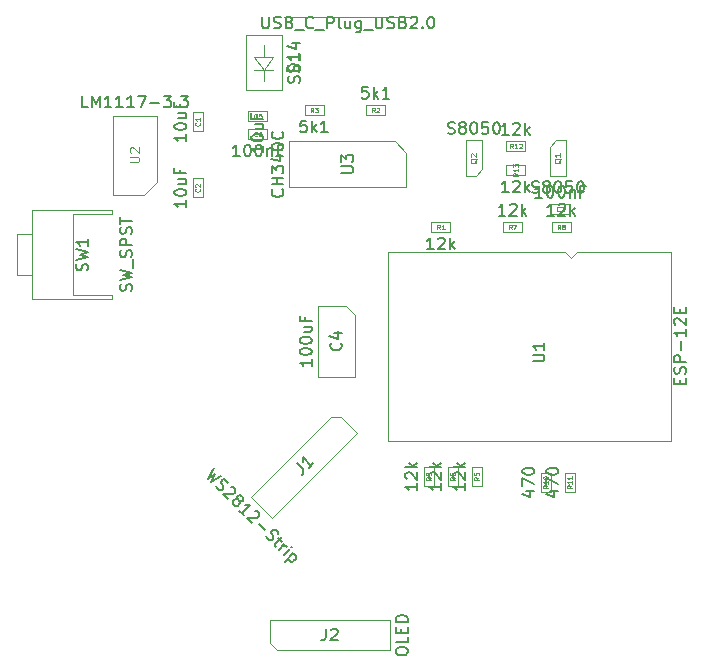
<source format=gbr>
%TF.GenerationSoftware,KiCad,Pcbnew,5.1.10-88a1d61d58~90~ubuntu20.04.1*%
%TF.CreationDate,2021-10-14T14:02:12+02:00*%
%TF.ProjectId,ESP8266-WS2812-Puck,45535038-3236-4362-9d57-53323831322d,rev?*%
%TF.SameCoordinates,Original*%
%TF.FileFunction,Other,Fab,Top*%
%FSLAX46Y46*%
G04 Gerber Fmt 4.6, Leading zero omitted, Abs format (unit mm)*
G04 Created by KiCad (PCBNEW 5.1.10-88a1d61d58~90~ubuntu20.04.1) date 2021-10-14 14:02:12*
%MOMM*%
%LPD*%
G01*
G04 APERTURE LIST*
%ADD10C,0.100000*%
%ADD11C,0.120000*%
%ADD12C,0.150000*%
%ADD13C,0.060000*%
%ADD14C,0.075000*%
G04 APERTURE END LIST*
D10*
%TO.C,SW1*%
X129930000Y-92132000D02*
X126590000Y-92132000D01*
X129930000Y-85232000D02*
X129930000Y-84932000D01*
X129930000Y-92432000D02*
X123140000Y-92432000D01*
X123140000Y-92432000D02*
X123140000Y-84932000D01*
X129930000Y-84932000D02*
X123140000Y-84932000D01*
X126590000Y-92132000D02*
X126590000Y-85232000D01*
X129930000Y-92432000D02*
X129930000Y-92132000D01*
X129930000Y-85232000D02*
X126590000Y-85232000D01*
X121880000Y-90432000D02*
X121880000Y-86932000D01*
X121880000Y-86932000D02*
X123140000Y-86932000D01*
X121880000Y-90432000D02*
X123140000Y-90432000D01*
%TO.C,C6*%
X143040000Y-78886000D02*
X141440000Y-78886000D01*
X143040000Y-78086000D02*
X143040000Y-78886000D01*
X141440000Y-78086000D02*
X143040000Y-78086000D01*
X141440000Y-78886000D02*
X141440000Y-78086000D01*
%TO.C,J1*%
X149293013Y-102457456D02*
X150640051Y-103804494D01*
X150640051Y-103804494D02*
X143455846Y-110988699D01*
X143455846Y-110988699D02*
X141659795Y-109192648D01*
X141659795Y-109192648D02*
X148394987Y-102457456D01*
X148394987Y-102457456D02*
X149293013Y-102457456D01*
%TO.C,R5*%
X160382000Y-108267500D02*
X160382000Y-106667500D01*
X161182000Y-108267500D02*
X160382000Y-108267500D01*
X161182000Y-106667500D02*
X161182000Y-108267500D01*
X160382000Y-106667500D02*
X161182000Y-106667500D01*
%TO.C,R12*%
X163284000Y-79102000D02*
X164884000Y-79102000D01*
X163284000Y-79902000D02*
X163284000Y-79102000D01*
X164884000Y-79902000D02*
X163284000Y-79902000D01*
X164884000Y-79102000D02*
X164884000Y-79902000D01*
%TO.C,U3*%
X154810000Y-80051000D02*
X154810000Y-82976000D01*
X154810000Y-82976000D02*
X144910000Y-82976000D01*
X144910000Y-82976000D02*
X144910000Y-79076000D01*
X144910000Y-79076000D02*
X153835000Y-79076000D01*
X153835000Y-79076000D02*
X154810000Y-80051000D01*
%TO.C,R3*%
X147803000Y-76866500D02*
X146203000Y-76866500D01*
X147803000Y-76041500D02*
X147803000Y-76866500D01*
X146203000Y-76041500D02*
X147803000Y-76041500D01*
X146203000Y-76866500D02*
X146203000Y-76041500D01*
%TO.C,R2*%
X151409000Y-76041500D02*
X153009000Y-76041500D01*
X151409000Y-76866500D02*
X151409000Y-76041500D01*
X153009000Y-76866500D02*
X151409000Y-76866500D01*
X153009000Y-76041500D02*
X153009000Y-76866500D01*
%TO.C,R1*%
X158534000Y-86772500D02*
X156934000Y-86772500D01*
X158534000Y-85947500D02*
X158534000Y-86772500D01*
X156934000Y-85947500D02*
X158534000Y-85947500D01*
X156934000Y-86772500D02*
X156934000Y-85947500D01*
D11*
%TO.C,P1*%
X155430000Y-68580000D02*
X144470000Y-68580000D01*
D10*
%TO.C,J2*%
X143891000Y-122174000D02*
X143256000Y-121539000D01*
X153416000Y-122174000D02*
X143891000Y-122174000D01*
X153416000Y-119634000D02*
X153416000Y-122174000D01*
X143256000Y-119634000D02*
X153416000Y-119634000D01*
X143256000Y-121539000D02*
X143256000Y-119634000D01*
%TO.C,C4*%
X147294800Y-99012000D02*
X150494800Y-99012000D01*
X147294800Y-93012000D02*
X147294800Y-99012000D01*
X149694800Y-93012000D02*
X147294800Y-93012000D01*
X150494800Y-93812000D02*
X149694800Y-93012000D01*
X150494800Y-99012000D02*
X150494800Y-93812000D01*
D11*
%TO.C,U1*%
X177252400Y-88469200D02*
X177252400Y-104469200D01*
X177252400Y-104469200D02*
X153252400Y-104469200D01*
X153252400Y-104469200D02*
X153252400Y-88469200D01*
X153252400Y-88469200D02*
X168252400Y-88469200D01*
X168252400Y-88469200D02*
X168752400Y-88969200D01*
X168752400Y-88969200D02*
X169252400Y-88469200D01*
X169252400Y-88469200D02*
X177252400Y-88469200D01*
D10*
%TO.C,C5*%
X141440000Y-77362000D02*
X141440000Y-76562000D01*
X141440000Y-76562000D02*
X143040000Y-76562000D01*
X143040000Y-76562000D02*
X143040000Y-77362000D01*
X143040000Y-77362000D02*
X141440000Y-77362000D01*
%TO.C,Q1*%
X166940000Y-79568000D02*
X166940000Y-82018000D01*
X167490000Y-78998000D02*
X168340000Y-78998000D01*
X166940000Y-79568000D02*
X167490000Y-78998000D01*
X168340000Y-78998000D02*
X168340000Y-82038000D01*
X166940000Y-82038000D02*
X168340000Y-82038000D01*
%TO.C,Q2*%
X161228000Y-78998000D02*
X159828000Y-78998000D01*
X159828000Y-82038000D02*
X159828000Y-78998000D01*
X161228000Y-81468000D02*
X160678000Y-82038000D01*
X160678000Y-82038000D02*
X159828000Y-82038000D01*
X161228000Y-81468000D02*
X161228000Y-79018000D01*
%TO.C,U2*%
X133676000Y-82564000D02*
X132626000Y-83614000D01*
X133676000Y-82564000D02*
X133676000Y-76914000D01*
X132626000Y-83614000D02*
X129976000Y-83614000D01*
X133676000Y-76914000D02*
X129976000Y-76914000D01*
X129976000Y-83614000D02*
X129976000Y-76914000D01*
%TO.C,C1*%
X136760000Y-78244500D02*
X136760000Y-76644500D01*
X137560000Y-78244500D02*
X136760000Y-78244500D01*
X137560000Y-76644500D02*
X137560000Y-78244500D01*
X136760000Y-76644500D02*
X137560000Y-76644500D01*
%TO.C,C2*%
X136760000Y-82232500D02*
X137560000Y-82232500D01*
X137560000Y-82232500D02*
X137560000Y-83832500D01*
X137560000Y-83832500D02*
X136760000Y-83832500D01*
X136760000Y-83832500D02*
X136760000Y-82232500D01*
%TO.C,C3*%
X167068500Y-84436000D02*
X168668500Y-84436000D01*
X167068500Y-85236000D02*
X167068500Y-84436000D01*
X168668500Y-85236000D02*
X167068500Y-85236000D01*
X168668500Y-84436000D02*
X168668500Y-85236000D01*
%TO.C,D1*%
X142749020Y-73071440D02*
X141948920Y-71920820D01*
X142749020Y-73071440D02*
X143498320Y-71920820D01*
X143498320Y-71920820D02*
X141948920Y-71920820D01*
X141948920Y-73071440D02*
X143549120Y-73071440D01*
X142749020Y-71920820D02*
X142749020Y-70922600D01*
X142749020Y-73071440D02*
X142749020Y-73973140D01*
X141248000Y-70122000D02*
X141248000Y-74722000D01*
X141248000Y-70122000D02*
X144248000Y-70122000D01*
X144248000Y-74722000D02*
X141248000Y-74722000D01*
X144248000Y-70122000D02*
X144248000Y-74722000D01*
%TO.C,R6*%
X158350000Y-108267500D02*
X158350000Y-106667500D01*
X159150000Y-108267500D02*
X158350000Y-108267500D01*
X159150000Y-106667500D02*
X159150000Y-108267500D01*
X158350000Y-106667500D02*
X159150000Y-106667500D01*
%TO.C,R7*%
X164604500Y-85960000D02*
X164604500Y-86760000D01*
X164604500Y-86760000D02*
X163004500Y-86760000D01*
X163004500Y-86760000D02*
X163004500Y-85960000D01*
X163004500Y-85960000D02*
X164604500Y-85960000D01*
%TO.C,R8*%
X167119500Y-85960000D02*
X168719500Y-85960000D01*
X167119500Y-86760000D02*
X167119500Y-85960000D01*
X168719500Y-86760000D02*
X167119500Y-86760000D01*
X168719500Y-85960000D02*
X168719500Y-86760000D01*
%TO.C,R9*%
X156318000Y-106667500D02*
X157118000Y-106667500D01*
X157118000Y-106667500D02*
X157118000Y-108267500D01*
X157118000Y-108267500D02*
X156318000Y-108267500D01*
X156318000Y-108267500D02*
X156318000Y-106667500D01*
%TO.C,R10*%
X166224000Y-108775500D02*
X166224000Y-107175500D01*
X167024000Y-108775500D02*
X166224000Y-108775500D01*
X167024000Y-107175500D02*
X167024000Y-108775500D01*
X166224000Y-107175500D02*
X167024000Y-107175500D01*
%TO.C,R11*%
X168256000Y-107175500D02*
X169056000Y-107175500D01*
X169056000Y-107175500D02*
X169056000Y-108775500D01*
X169056000Y-108775500D02*
X168256000Y-108775500D01*
X168256000Y-108775500D02*
X168256000Y-107175500D01*
%TO.C,R13*%
X163284000Y-81934000D02*
X163284000Y-81134000D01*
X163284000Y-81134000D02*
X164884000Y-81134000D01*
X164884000Y-81134000D02*
X164884000Y-81934000D01*
X164884000Y-81934000D02*
X163284000Y-81934000D01*
%TD*%
%TO.C,SW1*%
D12*
X131524641Y-91753428D02*
X131572260Y-91610571D01*
X131572260Y-91372476D01*
X131524641Y-91277238D01*
X131477022Y-91229619D01*
X131381784Y-91182000D01*
X131286546Y-91182000D01*
X131191308Y-91229619D01*
X131143689Y-91277238D01*
X131096070Y-91372476D01*
X131048451Y-91562952D01*
X131000832Y-91658190D01*
X130953213Y-91705809D01*
X130857975Y-91753428D01*
X130762737Y-91753428D01*
X130667499Y-91705809D01*
X130619880Y-91658190D01*
X130572260Y-91562952D01*
X130572260Y-91324857D01*
X130619880Y-91182000D01*
X130572260Y-90848666D02*
X131572260Y-90610571D01*
X130857975Y-90420095D01*
X131572260Y-90229619D01*
X130572260Y-89991523D01*
X131667499Y-89848666D02*
X131667499Y-89086761D01*
X131524641Y-88896285D02*
X131572260Y-88753428D01*
X131572260Y-88515333D01*
X131524641Y-88420095D01*
X131477022Y-88372476D01*
X131381784Y-88324857D01*
X131286546Y-88324857D01*
X131191308Y-88372476D01*
X131143689Y-88420095D01*
X131096070Y-88515333D01*
X131048451Y-88705809D01*
X131000832Y-88801047D01*
X130953213Y-88848666D01*
X130857975Y-88896285D01*
X130762737Y-88896285D01*
X130667499Y-88848666D01*
X130619880Y-88801047D01*
X130572260Y-88705809D01*
X130572260Y-88467714D01*
X130619880Y-88324857D01*
X131572260Y-87896285D02*
X130572260Y-87896285D01*
X130572260Y-87515333D01*
X130619880Y-87420095D01*
X130667499Y-87372476D01*
X130762737Y-87324857D01*
X130905594Y-87324857D01*
X131000832Y-87372476D01*
X131048451Y-87420095D01*
X131096070Y-87515333D01*
X131096070Y-87896285D01*
X131524641Y-86943904D02*
X131572260Y-86801047D01*
X131572260Y-86562952D01*
X131524641Y-86467714D01*
X131477022Y-86420095D01*
X131381784Y-86372476D01*
X131286546Y-86372476D01*
X131191308Y-86420095D01*
X131143689Y-86467714D01*
X131096070Y-86562952D01*
X131048451Y-86753428D01*
X131000832Y-86848666D01*
X130953213Y-86896285D01*
X130857975Y-86943904D01*
X130762737Y-86943904D01*
X130667499Y-86896285D01*
X130619880Y-86848666D01*
X130572260Y-86753428D01*
X130572260Y-86515333D01*
X130619880Y-86372476D01*
X130572260Y-86086761D02*
X130572260Y-85515333D01*
X131572260Y-85801047D02*
X130572260Y-85801047D01*
X127814761Y-90015333D02*
X127862380Y-89872476D01*
X127862380Y-89634380D01*
X127814761Y-89539142D01*
X127767142Y-89491523D01*
X127671904Y-89443904D01*
X127576666Y-89443904D01*
X127481428Y-89491523D01*
X127433809Y-89539142D01*
X127386190Y-89634380D01*
X127338571Y-89824857D01*
X127290952Y-89920095D01*
X127243333Y-89967714D01*
X127148095Y-90015333D01*
X127052857Y-90015333D01*
X126957619Y-89967714D01*
X126910000Y-89920095D01*
X126862380Y-89824857D01*
X126862380Y-89586761D01*
X126910000Y-89443904D01*
X126862380Y-89110571D02*
X127862380Y-88872476D01*
X127148095Y-88682000D01*
X127862380Y-88491523D01*
X126862380Y-88253428D01*
X127862380Y-87348666D02*
X127862380Y-87920095D01*
X127862380Y-87634380D02*
X126862380Y-87634380D01*
X127005238Y-87729619D01*
X127100476Y-87824857D01*
X127148095Y-87920095D01*
%TO.C,C6*%
X140692380Y-80368380D02*
X140120952Y-80368380D01*
X140406666Y-80368380D02*
X140406666Y-79368380D01*
X140311428Y-79511238D01*
X140216190Y-79606476D01*
X140120952Y-79654095D01*
X141311428Y-79368380D02*
X141406666Y-79368380D01*
X141501904Y-79416000D01*
X141549523Y-79463619D01*
X141597142Y-79558857D01*
X141644761Y-79749333D01*
X141644761Y-79987428D01*
X141597142Y-80177904D01*
X141549523Y-80273142D01*
X141501904Y-80320761D01*
X141406666Y-80368380D01*
X141311428Y-80368380D01*
X141216190Y-80320761D01*
X141168571Y-80273142D01*
X141120952Y-80177904D01*
X141073333Y-79987428D01*
X141073333Y-79749333D01*
X141120952Y-79558857D01*
X141168571Y-79463619D01*
X141216190Y-79416000D01*
X141311428Y-79368380D01*
X142263809Y-79368380D02*
X142359047Y-79368380D01*
X142454285Y-79416000D01*
X142501904Y-79463619D01*
X142549523Y-79558857D01*
X142597142Y-79749333D01*
X142597142Y-79987428D01*
X142549523Y-80177904D01*
X142501904Y-80273142D01*
X142454285Y-80320761D01*
X142359047Y-80368380D01*
X142263809Y-80368380D01*
X142168571Y-80320761D01*
X142120952Y-80273142D01*
X142073333Y-80177904D01*
X142025714Y-79987428D01*
X142025714Y-79749333D01*
X142073333Y-79558857D01*
X142120952Y-79463619D01*
X142168571Y-79416000D01*
X142263809Y-79368380D01*
X143025714Y-79701714D02*
X143025714Y-80368380D01*
X143025714Y-79796952D02*
X143073333Y-79749333D01*
X143168571Y-79701714D01*
X143311428Y-79701714D01*
X143406666Y-79749333D01*
X143454285Y-79844571D01*
X143454285Y-80368380D01*
X144263809Y-79844571D02*
X143930476Y-79844571D01*
X143930476Y-80368380D02*
X143930476Y-79368380D01*
X144406666Y-79368380D01*
D13*
X142173333Y-78628857D02*
X142154285Y-78647904D01*
X142097142Y-78666952D01*
X142059047Y-78666952D01*
X142001904Y-78647904D01*
X141963809Y-78609809D01*
X141944761Y-78571714D01*
X141925714Y-78495523D01*
X141925714Y-78438380D01*
X141944761Y-78362190D01*
X141963809Y-78324095D01*
X142001904Y-78286000D01*
X142059047Y-78266952D01*
X142097142Y-78266952D01*
X142154285Y-78286000D01*
X142173333Y-78305047D01*
X142516190Y-78266952D02*
X142440000Y-78266952D01*
X142401904Y-78286000D01*
X142382857Y-78305047D01*
X142344761Y-78362190D01*
X142325714Y-78438380D01*
X142325714Y-78590761D01*
X142344761Y-78628857D01*
X142363809Y-78647904D01*
X142401904Y-78666952D01*
X142478095Y-78666952D01*
X142516190Y-78647904D01*
X142535238Y-78628857D01*
X142554285Y-78590761D01*
X142554285Y-78495523D01*
X142535238Y-78457428D01*
X142516190Y-78438380D01*
X142478095Y-78419333D01*
X142401904Y-78419333D01*
X142363809Y-78438380D01*
X142344761Y-78457428D01*
X142325714Y-78495523D01*
%TO.C,J1*%
D12*
X138525292Y-106782759D02*
X137986544Y-107658225D01*
X138626307Y-107287836D01*
X138255918Y-107927599D01*
X139131383Y-107388851D01*
X138693650Y-108297988D02*
X138760994Y-108432675D01*
X138929353Y-108601034D01*
X139030368Y-108634706D01*
X139097712Y-108634706D01*
X139198727Y-108601034D01*
X139266070Y-108533691D01*
X139299742Y-108432675D01*
X139299742Y-108365332D01*
X139266070Y-108264317D01*
X139165055Y-108095958D01*
X139131383Y-107994942D01*
X139131383Y-107927599D01*
X139165055Y-107826584D01*
X139232399Y-107759240D01*
X139333414Y-107725568D01*
X139400757Y-107725568D01*
X139501773Y-107759240D01*
X139670131Y-107927599D01*
X139737475Y-108062286D01*
X139973177Y-108365332D02*
X140040521Y-108365332D01*
X140141536Y-108399004D01*
X140309895Y-108567362D01*
X140343566Y-108668378D01*
X140343566Y-108735721D01*
X140309895Y-108836736D01*
X140242551Y-108904080D01*
X140107864Y-108971423D01*
X139299742Y-108971423D01*
X139737475Y-109409156D01*
X140545597Y-109409156D02*
X140511925Y-109308141D01*
X140511925Y-109240797D01*
X140545597Y-109139782D01*
X140579269Y-109106110D01*
X140680284Y-109072439D01*
X140747627Y-109072439D01*
X140848643Y-109106110D01*
X140983330Y-109240797D01*
X141017001Y-109341813D01*
X141017001Y-109409156D01*
X140983330Y-109510171D01*
X140949658Y-109543843D01*
X140848643Y-109577515D01*
X140781299Y-109577515D01*
X140680284Y-109543843D01*
X140545597Y-109409156D01*
X140444582Y-109375484D01*
X140377238Y-109375484D01*
X140276223Y-109409156D01*
X140141536Y-109543843D01*
X140107864Y-109644858D01*
X140107864Y-109712202D01*
X140141536Y-109813217D01*
X140276223Y-109947904D01*
X140377238Y-109981576D01*
X140444582Y-109981576D01*
X140545597Y-109947904D01*
X140680284Y-109813217D01*
X140713956Y-109712202D01*
X140713956Y-109644858D01*
X140680284Y-109543843D01*
X141084345Y-110756026D02*
X140680284Y-110351965D01*
X140882314Y-110553996D02*
X141589421Y-109846889D01*
X141421062Y-109880561D01*
X141286375Y-109880561D01*
X141185360Y-109846889D01*
X141993482Y-110385637D02*
X142060826Y-110385637D01*
X142161841Y-110419309D01*
X142330200Y-110587667D01*
X142363871Y-110688683D01*
X142363871Y-110756026D01*
X142330200Y-110857041D01*
X142262856Y-110924385D01*
X142128169Y-110991728D01*
X141320047Y-110991728D01*
X141757780Y-111429461D01*
X142330200Y-111463133D02*
X142868948Y-112001881D01*
X142936291Y-112540629D02*
X143003635Y-112675316D01*
X143171993Y-112843675D01*
X143273009Y-112877346D01*
X143340352Y-112877346D01*
X143441367Y-112843675D01*
X143508711Y-112776331D01*
X143542383Y-112675316D01*
X143542383Y-112607972D01*
X143508711Y-112506957D01*
X143407696Y-112338598D01*
X143374024Y-112237583D01*
X143374024Y-112170240D01*
X143407696Y-112069224D01*
X143475039Y-112001881D01*
X143576054Y-111968209D01*
X143643398Y-111968209D01*
X143744413Y-112001881D01*
X143912772Y-112170240D01*
X143980115Y-112304927D01*
X143980115Y-112708988D02*
X144249489Y-112978362D01*
X144316833Y-112574301D02*
X143710741Y-113180392D01*
X143677070Y-113281407D01*
X143710741Y-113382423D01*
X143778085Y-113449766D01*
X144013787Y-113685469D02*
X144485192Y-113214064D01*
X144350505Y-113348751D02*
X144451520Y-113315079D01*
X144518863Y-113315079D01*
X144619879Y-113348751D01*
X144687222Y-113416094D01*
X144451520Y-114123201D02*
X144922925Y-113651797D01*
X145158627Y-113416094D02*
X145091283Y-113416094D01*
X145091283Y-113483438D01*
X145158627Y-113483438D01*
X145158627Y-113416094D01*
X145091283Y-113483438D01*
X145259642Y-113988514D02*
X144552535Y-114695621D01*
X145225970Y-114022186D02*
X145326986Y-114055858D01*
X145461673Y-114190545D01*
X145495344Y-114291560D01*
X145495344Y-114358904D01*
X145461673Y-114459919D01*
X145259642Y-114661949D01*
X145158627Y-114695621D01*
X145091283Y-114695621D01*
X144990268Y-114661949D01*
X144855581Y-114527262D01*
X144821909Y-114426247D01*
X145526995Y-106347048D02*
X146032071Y-106852124D01*
X146099415Y-106986811D01*
X146099415Y-107121498D01*
X146032071Y-107256185D01*
X145964728Y-107323528D01*
X146941209Y-106347048D02*
X146537148Y-106751109D01*
X146739178Y-106549078D02*
X146032071Y-105841971D01*
X146065743Y-106010330D01*
X146065743Y-106145017D01*
X146032071Y-106246032D01*
%TO.C,R5*%
X159804380Y-108062738D02*
X159804380Y-108634166D01*
X159804380Y-108348452D02*
X158804380Y-108348452D01*
X158947238Y-108443690D01*
X159042476Y-108538928D01*
X159090095Y-108634166D01*
X158899619Y-107681785D02*
X158852000Y-107634166D01*
X158804380Y-107538928D01*
X158804380Y-107300833D01*
X158852000Y-107205595D01*
X158899619Y-107157976D01*
X158994857Y-107110357D01*
X159090095Y-107110357D01*
X159232952Y-107157976D01*
X159804380Y-107729404D01*
X159804380Y-107110357D01*
X159804380Y-106681785D02*
X158804380Y-106681785D01*
X159423428Y-106586547D02*
X159804380Y-106300833D01*
X159137714Y-106300833D02*
X159518666Y-106681785D01*
D13*
X160962952Y-107534166D02*
X160772476Y-107667500D01*
X160962952Y-107762738D02*
X160562952Y-107762738D01*
X160562952Y-107610357D01*
X160582000Y-107572261D01*
X160601047Y-107553214D01*
X160639142Y-107534166D01*
X160696285Y-107534166D01*
X160734380Y-107553214D01*
X160753428Y-107572261D01*
X160772476Y-107610357D01*
X160772476Y-107762738D01*
X160562952Y-107172261D02*
X160562952Y-107362738D01*
X160753428Y-107381785D01*
X160734380Y-107362738D01*
X160715333Y-107324642D01*
X160715333Y-107229404D01*
X160734380Y-107191309D01*
X160753428Y-107172261D01*
X160791523Y-107153214D01*
X160886761Y-107153214D01*
X160924857Y-107172261D01*
X160943904Y-107191309D01*
X160962952Y-107229404D01*
X160962952Y-107324642D01*
X160943904Y-107362738D01*
X160924857Y-107381785D01*
%TO.C,R12*%
D12*
X163488761Y-78524380D02*
X162917333Y-78524380D01*
X163203047Y-78524380D02*
X163203047Y-77524380D01*
X163107809Y-77667238D01*
X163012571Y-77762476D01*
X162917333Y-77810095D01*
X163869714Y-77619619D02*
X163917333Y-77572000D01*
X164012571Y-77524380D01*
X164250666Y-77524380D01*
X164345904Y-77572000D01*
X164393523Y-77619619D01*
X164441142Y-77714857D01*
X164441142Y-77810095D01*
X164393523Y-77952952D01*
X163822095Y-78524380D01*
X164441142Y-78524380D01*
X164869714Y-78524380D02*
X164869714Y-77524380D01*
X164964952Y-78143428D02*
X165250666Y-78524380D01*
X165250666Y-77857714D02*
X164869714Y-78238666D01*
D13*
X163826857Y-79682952D02*
X163693523Y-79492476D01*
X163598285Y-79682952D02*
X163598285Y-79282952D01*
X163750666Y-79282952D01*
X163788761Y-79302000D01*
X163807809Y-79321047D01*
X163826857Y-79359142D01*
X163826857Y-79416285D01*
X163807809Y-79454380D01*
X163788761Y-79473428D01*
X163750666Y-79492476D01*
X163598285Y-79492476D01*
X164207809Y-79682952D02*
X163979238Y-79682952D01*
X164093523Y-79682952D02*
X164093523Y-79282952D01*
X164055428Y-79340095D01*
X164017333Y-79378190D01*
X163979238Y-79397238D01*
X164360190Y-79321047D02*
X164379238Y-79302000D01*
X164417333Y-79282952D01*
X164512571Y-79282952D01*
X164550666Y-79302000D01*
X164569714Y-79321047D01*
X164588761Y-79359142D01*
X164588761Y-79397238D01*
X164569714Y-79454380D01*
X164341142Y-79682952D01*
X164588761Y-79682952D01*
%TO.C,U3*%
D12*
X144317142Y-83168857D02*
X144364761Y-83216476D01*
X144412380Y-83359333D01*
X144412380Y-83454571D01*
X144364761Y-83597428D01*
X144269523Y-83692666D01*
X144174285Y-83740285D01*
X143983809Y-83787904D01*
X143840952Y-83787904D01*
X143650476Y-83740285D01*
X143555238Y-83692666D01*
X143460000Y-83597428D01*
X143412380Y-83454571D01*
X143412380Y-83359333D01*
X143460000Y-83216476D01*
X143507619Y-83168857D01*
X144412380Y-82740285D02*
X143412380Y-82740285D01*
X143888571Y-82740285D02*
X143888571Y-82168857D01*
X144412380Y-82168857D02*
X143412380Y-82168857D01*
X143412380Y-81787904D02*
X143412380Y-81168857D01*
X143793333Y-81502190D01*
X143793333Y-81359333D01*
X143840952Y-81264095D01*
X143888571Y-81216476D01*
X143983809Y-81168857D01*
X144221904Y-81168857D01*
X144317142Y-81216476D01*
X144364761Y-81264095D01*
X144412380Y-81359333D01*
X144412380Y-81645047D01*
X144364761Y-81740285D01*
X144317142Y-81787904D01*
X143745714Y-80311714D02*
X144412380Y-80311714D01*
X143364761Y-80549809D02*
X144079047Y-80787904D01*
X144079047Y-80168857D01*
X143412380Y-79597428D02*
X143412380Y-79502190D01*
X143460000Y-79406952D01*
X143507619Y-79359333D01*
X143602857Y-79311714D01*
X143793333Y-79264095D01*
X144031428Y-79264095D01*
X144221904Y-79311714D01*
X144317142Y-79359333D01*
X144364761Y-79406952D01*
X144412380Y-79502190D01*
X144412380Y-79597428D01*
X144364761Y-79692666D01*
X144317142Y-79740285D01*
X144221904Y-79787904D01*
X144031428Y-79835523D01*
X143793333Y-79835523D01*
X143602857Y-79787904D01*
X143507619Y-79740285D01*
X143460000Y-79692666D01*
X143412380Y-79597428D01*
X144317142Y-78264095D02*
X144364761Y-78311714D01*
X144412380Y-78454571D01*
X144412380Y-78549809D01*
X144364761Y-78692666D01*
X144269523Y-78787904D01*
X144174285Y-78835523D01*
X143983809Y-78883142D01*
X143840952Y-78883142D01*
X143650476Y-78835523D01*
X143555238Y-78787904D01*
X143460000Y-78692666D01*
X143412380Y-78549809D01*
X143412380Y-78454571D01*
X143460000Y-78311714D01*
X143507619Y-78264095D01*
X149323333Y-81772666D02*
X150116666Y-81772666D01*
X150210000Y-81726000D01*
X150256666Y-81679333D01*
X150303333Y-81586000D01*
X150303333Y-81399333D01*
X150256666Y-81306000D01*
X150210000Y-81259333D01*
X150116666Y-81212666D01*
X149323333Y-81212666D01*
X149323333Y-80839333D02*
X149323333Y-80232666D01*
X149696666Y-80559333D01*
X149696666Y-80419333D01*
X149743333Y-80326000D01*
X149790000Y-80279333D01*
X149883333Y-80232666D01*
X150116666Y-80232666D01*
X150210000Y-80279333D01*
X150256666Y-80326000D01*
X150303333Y-80419333D01*
X150303333Y-80699333D01*
X150256666Y-80792666D01*
X150210000Y-80839333D01*
%TO.C,R3*%
X146360142Y-77336380D02*
X145883952Y-77336380D01*
X145836333Y-77812571D01*
X145883952Y-77764952D01*
X145979190Y-77717333D01*
X146217285Y-77717333D01*
X146312523Y-77764952D01*
X146360142Y-77812571D01*
X146407761Y-77907809D01*
X146407761Y-78145904D01*
X146360142Y-78241142D01*
X146312523Y-78288761D01*
X146217285Y-78336380D01*
X145979190Y-78336380D01*
X145883952Y-78288761D01*
X145836333Y-78241142D01*
X146836333Y-78336380D02*
X146836333Y-77336380D01*
X146931571Y-77955428D02*
X147217285Y-78336380D01*
X147217285Y-77669714D02*
X146836333Y-78050666D01*
X148169666Y-78336380D02*
X147598238Y-78336380D01*
X147883952Y-78336380D02*
X147883952Y-77336380D01*
X147788714Y-77479238D01*
X147693476Y-77574476D01*
X147598238Y-77622095D01*
D13*
X146936333Y-76634952D02*
X146803000Y-76444476D01*
X146707761Y-76634952D02*
X146707761Y-76234952D01*
X146860142Y-76234952D01*
X146898238Y-76254000D01*
X146917285Y-76273047D01*
X146936333Y-76311142D01*
X146936333Y-76368285D01*
X146917285Y-76406380D01*
X146898238Y-76425428D01*
X146860142Y-76444476D01*
X146707761Y-76444476D01*
X147069666Y-76234952D02*
X147317285Y-76234952D01*
X147183952Y-76387333D01*
X147241095Y-76387333D01*
X147279190Y-76406380D01*
X147298238Y-76425428D01*
X147317285Y-76463523D01*
X147317285Y-76558761D01*
X147298238Y-76596857D01*
X147279190Y-76615904D01*
X147241095Y-76634952D01*
X147126809Y-76634952D01*
X147088714Y-76615904D01*
X147069666Y-76596857D01*
%TO.C,R2*%
D12*
X151566142Y-74476380D02*
X151089952Y-74476380D01*
X151042333Y-74952571D01*
X151089952Y-74904952D01*
X151185190Y-74857333D01*
X151423285Y-74857333D01*
X151518523Y-74904952D01*
X151566142Y-74952571D01*
X151613761Y-75047809D01*
X151613761Y-75285904D01*
X151566142Y-75381142D01*
X151518523Y-75428761D01*
X151423285Y-75476380D01*
X151185190Y-75476380D01*
X151089952Y-75428761D01*
X151042333Y-75381142D01*
X152042333Y-75476380D02*
X152042333Y-74476380D01*
X152137571Y-75095428D02*
X152423285Y-75476380D01*
X152423285Y-74809714D02*
X152042333Y-75190666D01*
X153375666Y-75476380D02*
X152804238Y-75476380D01*
X153089952Y-75476380D02*
X153089952Y-74476380D01*
X152994714Y-74619238D01*
X152899476Y-74714476D01*
X152804238Y-74762095D01*
D13*
X152142333Y-76634952D02*
X152009000Y-76444476D01*
X151913761Y-76634952D02*
X151913761Y-76234952D01*
X152066142Y-76234952D01*
X152104238Y-76254000D01*
X152123285Y-76273047D01*
X152142333Y-76311142D01*
X152142333Y-76368285D01*
X152123285Y-76406380D01*
X152104238Y-76425428D01*
X152066142Y-76444476D01*
X151913761Y-76444476D01*
X152294714Y-76273047D02*
X152313761Y-76254000D01*
X152351857Y-76234952D01*
X152447095Y-76234952D01*
X152485190Y-76254000D01*
X152504238Y-76273047D01*
X152523285Y-76311142D01*
X152523285Y-76349238D01*
X152504238Y-76406380D01*
X152275666Y-76634952D01*
X152523285Y-76634952D01*
%TO.C,R1*%
D12*
X157138761Y-88242380D02*
X156567333Y-88242380D01*
X156853047Y-88242380D02*
X156853047Y-87242380D01*
X156757809Y-87385238D01*
X156662571Y-87480476D01*
X156567333Y-87528095D01*
X157519714Y-87337619D02*
X157567333Y-87290000D01*
X157662571Y-87242380D01*
X157900666Y-87242380D01*
X157995904Y-87290000D01*
X158043523Y-87337619D01*
X158091142Y-87432857D01*
X158091142Y-87528095D01*
X158043523Y-87670952D01*
X157472095Y-88242380D01*
X158091142Y-88242380D01*
X158519714Y-88242380D02*
X158519714Y-87242380D01*
X158614952Y-87861428D02*
X158900666Y-88242380D01*
X158900666Y-87575714D02*
X158519714Y-87956666D01*
D13*
X157667333Y-86540952D02*
X157534000Y-86350476D01*
X157438761Y-86540952D02*
X157438761Y-86140952D01*
X157591142Y-86140952D01*
X157629238Y-86160000D01*
X157648285Y-86179047D01*
X157667333Y-86217142D01*
X157667333Y-86274285D01*
X157648285Y-86312380D01*
X157629238Y-86331428D01*
X157591142Y-86350476D01*
X157438761Y-86350476D01*
X158048285Y-86540952D02*
X157819714Y-86540952D01*
X157934000Y-86540952D02*
X157934000Y-86140952D01*
X157895904Y-86198095D01*
X157857809Y-86236190D01*
X157819714Y-86255238D01*
%TO.C,P1*%
D12*
X142598095Y-68532380D02*
X142598095Y-69341904D01*
X142645714Y-69437142D01*
X142693333Y-69484761D01*
X142788571Y-69532380D01*
X142979047Y-69532380D01*
X143074285Y-69484761D01*
X143121904Y-69437142D01*
X143169523Y-69341904D01*
X143169523Y-68532380D01*
X143598095Y-69484761D02*
X143740952Y-69532380D01*
X143979047Y-69532380D01*
X144074285Y-69484761D01*
X144121904Y-69437142D01*
X144169523Y-69341904D01*
X144169523Y-69246666D01*
X144121904Y-69151428D01*
X144074285Y-69103809D01*
X143979047Y-69056190D01*
X143788571Y-69008571D01*
X143693333Y-68960952D01*
X143645714Y-68913333D01*
X143598095Y-68818095D01*
X143598095Y-68722857D01*
X143645714Y-68627619D01*
X143693333Y-68580000D01*
X143788571Y-68532380D01*
X144026666Y-68532380D01*
X144169523Y-68580000D01*
X144931428Y-69008571D02*
X145074285Y-69056190D01*
X145121904Y-69103809D01*
X145169523Y-69199047D01*
X145169523Y-69341904D01*
X145121904Y-69437142D01*
X145074285Y-69484761D01*
X144979047Y-69532380D01*
X144598095Y-69532380D01*
X144598095Y-68532380D01*
X144931428Y-68532380D01*
X145026666Y-68580000D01*
X145074285Y-68627619D01*
X145121904Y-68722857D01*
X145121904Y-68818095D01*
X145074285Y-68913333D01*
X145026666Y-68960952D01*
X144931428Y-69008571D01*
X144598095Y-69008571D01*
X145360000Y-69627619D02*
X146121904Y-69627619D01*
X146931428Y-69437142D02*
X146883809Y-69484761D01*
X146740952Y-69532380D01*
X146645714Y-69532380D01*
X146502857Y-69484761D01*
X146407619Y-69389523D01*
X146360000Y-69294285D01*
X146312380Y-69103809D01*
X146312380Y-68960952D01*
X146360000Y-68770476D01*
X146407619Y-68675238D01*
X146502857Y-68580000D01*
X146645714Y-68532380D01*
X146740952Y-68532380D01*
X146883809Y-68580000D01*
X146931428Y-68627619D01*
X147121904Y-69627619D02*
X147883809Y-69627619D01*
X148121904Y-69532380D02*
X148121904Y-68532380D01*
X148502857Y-68532380D01*
X148598095Y-68580000D01*
X148645714Y-68627619D01*
X148693333Y-68722857D01*
X148693333Y-68865714D01*
X148645714Y-68960952D01*
X148598095Y-69008571D01*
X148502857Y-69056190D01*
X148121904Y-69056190D01*
X149264761Y-69532380D02*
X149169523Y-69484761D01*
X149121904Y-69389523D01*
X149121904Y-68532380D01*
X150074285Y-68865714D02*
X150074285Y-69532380D01*
X149645714Y-68865714D02*
X149645714Y-69389523D01*
X149693333Y-69484761D01*
X149788571Y-69532380D01*
X149931428Y-69532380D01*
X150026666Y-69484761D01*
X150074285Y-69437142D01*
X150979047Y-68865714D02*
X150979047Y-69675238D01*
X150931428Y-69770476D01*
X150883809Y-69818095D01*
X150788571Y-69865714D01*
X150645714Y-69865714D01*
X150550476Y-69818095D01*
X150979047Y-69484761D02*
X150883809Y-69532380D01*
X150693333Y-69532380D01*
X150598095Y-69484761D01*
X150550476Y-69437142D01*
X150502857Y-69341904D01*
X150502857Y-69056190D01*
X150550476Y-68960952D01*
X150598095Y-68913333D01*
X150693333Y-68865714D01*
X150883809Y-68865714D01*
X150979047Y-68913333D01*
X151217142Y-69627619D02*
X151979047Y-69627619D01*
X152217142Y-68532380D02*
X152217142Y-69341904D01*
X152264761Y-69437142D01*
X152312380Y-69484761D01*
X152407619Y-69532380D01*
X152598095Y-69532380D01*
X152693333Y-69484761D01*
X152740952Y-69437142D01*
X152788571Y-69341904D01*
X152788571Y-68532380D01*
X153217142Y-69484761D02*
X153360000Y-69532380D01*
X153598095Y-69532380D01*
X153693333Y-69484761D01*
X153740952Y-69437142D01*
X153788571Y-69341904D01*
X153788571Y-69246666D01*
X153740952Y-69151428D01*
X153693333Y-69103809D01*
X153598095Y-69056190D01*
X153407619Y-69008571D01*
X153312380Y-68960952D01*
X153264761Y-68913333D01*
X153217142Y-68818095D01*
X153217142Y-68722857D01*
X153264761Y-68627619D01*
X153312380Y-68580000D01*
X153407619Y-68532380D01*
X153645714Y-68532380D01*
X153788571Y-68580000D01*
X154550476Y-69008571D02*
X154693333Y-69056190D01*
X154740952Y-69103809D01*
X154788571Y-69199047D01*
X154788571Y-69341904D01*
X154740952Y-69437142D01*
X154693333Y-69484761D01*
X154598095Y-69532380D01*
X154217142Y-69532380D01*
X154217142Y-68532380D01*
X154550476Y-68532380D01*
X154645714Y-68580000D01*
X154693333Y-68627619D01*
X154740952Y-68722857D01*
X154740952Y-68818095D01*
X154693333Y-68913333D01*
X154645714Y-68960952D01*
X154550476Y-69008571D01*
X154217142Y-69008571D01*
X155169523Y-68627619D02*
X155217142Y-68580000D01*
X155312380Y-68532380D01*
X155550476Y-68532380D01*
X155645714Y-68580000D01*
X155693333Y-68627619D01*
X155740952Y-68722857D01*
X155740952Y-68818095D01*
X155693333Y-68960952D01*
X155121904Y-69532380D01*
X155740952Y-69532380D01*
X156169523Y-69437142D02*
X156217142Y-69484761D01*
X156169523Y-69532380D01*
X156121904Y-69484761D01*
X156169523Y-69437142D01*
X156169523Y-69532380D01*
X156836190Y-68532380D02*
X156931428Y-68532380D01*
X157026666Y-68580000D01*
X157074285Y-68627619D01*
X157121904Y-68722857D01*
X157169523Y-68913333D01*
X157169523Y-69151428D01*
X157121904Y-69341904D01*
X157074285Y-69437142D01*
X157026666Y-69484761D01*
X156931428Y-69532380D01*
X156836190Y-69532380D01*
X156740952Y-69484761D01*
X156693333Y-69437142D01*
X156645714Y-69341904D01*
X156598095Y-69151428D01*
X156598095Y-68913333D01*
X156645714Y-68722857D01*
X156693333Y-68627619D01*
X156740952Y-68580000D01*
X156836190Y-68532380D01*
%TO.C,J2*%
X153928380Y-122356380D02*
X153928380Y-122165904D01*
X153976000Y-122070666D01*
X154071238Y-121975428D01*
X154261714Y-121927809D01*
X154595047Y-121927809D01*
X154785523Y-121975428D01*
X154880761Y-122070666D01*
X154928380Y-122165904D01*
X154928380Y-122356380D01*
X154880761Y-122451619D01*
X154785523Y-122546857D01*
X154595047Y-122594476D01*
X154261714Y-122594476D01*
X154071238Y-122546857D01*
X153976000Y-122451619D01*
X153928380Y-122356380D01*
X154928380Y-121023047D02*
X154928380Y-121499238D01*
X153928380Y-121499238D01*
X154404571Y-120689714D02*
X154404571Y-120356380D01*
X154928380Y-120213523D02*
X154928380Y-120689714D01*
X153928380Y-120689714D01*
X153928380Y-120213523D01*
X154928380Y-119784952D02*
X153928380Y-119784952D01*
X153928380Y-119546857D01*
X153976000Y-119404000D01*
X154071238Y-119308761D01*
X154166476Y-119261142D01*
X154356952Y-119213523D01*
X154499809Y-119213523D01*
X154690285Y-119261142D01*
X154785523Y-119308761D01*
X154880761Y-119404000D01*
X154928380Y-119546857D01*
X154928380Y-119784952D01*
X148002666Y-120356380D02*
X148002666Y-121070666D01*
X147955047Y-121213523D01*
X147859809Y-121308761D01*
X147716952Y-121356380D01*
X147621714Y-121356380D01*
X148431238Y-120451619D02*
X148478857Y-120404000D01*
X148574095Y-120356380D01*
X148812190Y-120356380D01*
X148907428Y-120404000D01*
X148955047Y-120451619D01*
X149002666Y-120546857D01*
X149002666Y-120642095D01*
X148955047Y-120784952D01*
X148383619Y-121356380D01*
X149002666Y-121356380D01*
%TO.C,C4*%
X146797180Y-97559619D02*
X146797180Y-98131047D01*
X146797180Y-97845333D02*
X145797180Y-97845333D01*
X145940038Y-97940571D01*
X146035276Y-98035809D01*
X146082895Y-98131047D01*
X145797180Y-96940571D02*
X145797180Y-96845333D01*
X145844800Y-96750095D01*
X145892419Y-96702476D01*
X145987657Y-96654857D01*
X146178133Y-96607238D01*
X146416228Y-96607238D01*
X146606704Y-96654857D01*
X146701942Y-96702476D01*
X146749561Y-96750095D01*
X146797180Y-96845333D01*
X146797180Y-96940571D01*
X146749561Y-97035809D01*
X146701942Y-97083428D01*
X146606704Y-97131047D01*
X146416228Y-97178666D01*
X146178133Y-97178666D01*
X145987657Y-97131047D01*
X145892419Y-97083428D01*
X145844800Y-97035809D01*
X145797180Y-96940571D01*
X145797180Y-95988190D02*
X145797180Y-95892952D01*
X145844800Y-95797714D01*
X145892419Y-95750095D01*
X145987657Y-95702476D01*
X146178133Y-95654857D01*
X146416228Y-95654857D01*
X146606704Y-95702476D01*
X146701942Y-95750095D01*
X146749561Y-95797714D01*
X146797180Y-95892952D01*
X146797180Y-95988190D01*
X146749561Y-96083428D01*
X146701942Y-96131047D01*
X146606704Y-96178666D01*
X146416228Y-96226285D01*
X146178133Y-96226285D01*
X145987657Y-96178666D01*
X145892419Y-96131047D01*
X145844800Y-96083428D01*
X145797180Y-95988190D01*
X146130514Y-94797714D02*
X146797180Y-94797714D01*
X146130514Y-95226285D02*
X146654323Y-95226285D01*
X146749561Y-95178666D01*
X146797180Y-95083428D01*
X146797180Y-94940571D01*
X146749561Y-94845333D01*
X146701942Y-94797714D01*
X146273371Y-93988190D02*
X146273371Y-94321523D01*
X146797180Y-94321523D02*
X145797180Y-94321523D01*
X145797180Y-93845333D01*
X149251942Y-96178666D02*
X149299561Y-96226285D01*
X149347180Y-96369142D01*
X149347180Y-96464380D01*
X149299561Y-96607238D01*
X149204323Y-96702476D01*
X149109085Y-96750095D01*
X148918609Y-96797714D01*
X148775752Y-96797714D01*
X148585276Y-96750095D01*
X148490038Y-96702476D01*
X148394800Y-96607238D01*
X148347180Y-96464380D01*
X148347180Y-96369142D01*
X148394800Y-96226285D01*
X148442419Y-96178666D01*
X148680514Y-95321523D02*
X149347180Y-95321523D01*
X148299561Y-95559619D02*
X149013847Y-95797714D01*
X149013847Y-95178666D01*
%TO.C,U1*%
X177960971Y-99623485D02*
X177960971Y-99290152D01*
X178484780Y-99147295D02*
X178484780Y-99623485D01*
X177484780Y-99623485D01*
X177484780Y-99147295D01*
X178437161Y-98766342D02*
X178484780Y-98623485D01*
X178484780Y-98385390D01*
X178437161Y-98290152D01*
X178389542Y-98242533D01*
X178294304Y-98194914D01*
X178199066Y-98194914D01*
X178103828Y-98242533D01*
X178056209Y-98290152D01*
X178008590Y-98385390D01*
X177960971Y-98575866D01*
X177913352Y-98671104D01*
X177865733Y-98718723D01*
X177770495Y-98766342D01*
X177675257Y-98766342D01*
X177580019Y-98718723D01*
X177532400Y-98671104D01*
X177484780Y-98575866D01*
X177484780Y-98337771D01*
X177532400Y-98194914D01*
X178484780Y-97766342D02*
X177484780Y-97766342D01*
X177484780Y-97385390D01*
X177532400Y-97290152D01*
X177580019Y-97242533D01*
X177675257Y-97194914D01*
X177818114Y-97194914D01*
X177913352Y-97242533D01*
X177960971Y-97290152D01*
X178008590Y-97385390D01*
X178008590Y-97766342D01*
X178103828Y-96766342D02*
X178103828Y-96004438D01*
X178484780Y-95004438D02*
X178484780Y-95575866D01*
X178484780Y-95290152D02*
X177484780Y-95290152D01*
X177627638Y-95385390D01*
X177722876Y-95480628D01*
X177770495Y-95575866D01*
X177580019Y-94623485D02*
X177532400Y-94575866D01*
X177484780Y-94480628D01*
X177484780Y-94242533D01*
X177532400Y-94147295D01*
X177580019Y-94099676D01*
X177675257Y-94052057D01*
X177770495Y-94052057D01*
X177913352Y-94099676D01*
X178484780Y-94671104D01*
X178484780Y-94052057D01*
X177960971Y-93623485D02*
X177960971Y-93290152D01*
X178484780Y-93147295D02*
X178484780Y-93623485D01*
X177484780Y-93623485D01*
X177484780Y-93147295D01*
X165504780Y-97721104D02*
X166314304Y-97721104D01*
X166409542Y-97673485D01*
X166457161Y-97625866D01*
X166504780Y-97530628D01*
X166504780Y-97340152D01*
X166457161Y-97244914D01*
X166409542Y-97197295D01*
X166314304Y-97149676D01*
X165504780Y-97149676D01*
X166504780Y-96149676D02*
X166504780Y-96721104D01*
X166504780Y-96435390D02*
X165504780Y-96435390D01*
X165647638Y-96530628D01*
X165742876Y-96625866D01*
X165790495Y-96721104D01*
%TO.C,C5*%
X142692380Y-79463428D02*
X142692380Y-80034857D01*
X142692380Y-79749142D02*
X141692380Y-79749142D01*
X141835238Y-79844380D01*
X141930476Y-79939619D01*
X141978095Y-80034857D01*
X141692380Y-78844380D02*
X141692380Y-78749142D01*
X141740000Y-78653904D01*
X141787619Y-78606285D01*
X141882857Y-78558666D01*
X142073333Y-78511047D01*
X142311428Y-78511047D01*
X142501904Y-78558666D01*
X142597142Y-78606285D01*
X142644761Y-78653904D01*
X142692380Y-78749142D01*
X142692380Y-78844380D01*
X142644761Y-78939619D01*
X142597142Y-78987238D01*
X142501904Y-79034857D01*
X142311428Y-79082476D01*
X142073333Y-79082476D01*
X141882857Y-79034857D01*
X141787619Y-78987238D01*
X141740000Y-78939619D01*
X141692380Y-78844380D01*
X142025714Y-77653904D02*
X142692380Y-77653904D01*
X142025714Y-78082476D02*
X142549523Y-78082476D01*
X142644761Y-78034857D01*
X142692380Y-77939619D01*
X142692380Y-77796761D01*
X142644761Y-77701523D01*
X142597142Y-77653904D01*
X142168571Y-76844380D02*
X142168571Y-77177714D01*
X142692380Y-77177714D02*
X141692380Y-77177714D01*
X141692380Y-76701523D01*
D13*
X142173333Y-77104857D02*
X142154285Y-77123904D01*
X142097142Y-77142952D01*
X142059047Y-77142952D01*
X142001904Y-77123904D01*
X141963809Y-77085809D01*
X141944761Y-77047714D01*
X141925714Y-76971523D01*
X141925714Y-76914380D01*
X141944761Y-76838190D01*
X141963809Y-76800095D01*
X142001904Y-76762000D01*
X142059047Y-76742952D01*
X142097142Y-76742952D01*
X142154285Y-76762000D01*
X142173333Y-76781047D01*
X142535238Y-76742952D02*
X142344761Y-76742952D01*
X142325714Y-76933428D01*
X142344761Y-76914380D01*
X142382857Y-76895333D01*
X142478095Y-76895333D01*
X142516190Y-76914380D01*
X142535238Y-76933428D01*
X142554285Y-76971523D01*
X142554285Y-77066761D01*
X142535238Y-77104857D01*
X142516190Y-77123904D01*
X142478095Y-77142952D01*
X142382857Y-77142952D01*
X142344761Y-77123904D01*
X142325714Y-77104857D01*
%TO.C,Q1*%
D12*
X165449523Y-83422761D02*
X165592380Y-83470380D01*
X165830476Y-83470380D01*
X165925714Y-83422761D01*
X165973333Y-83375142D01*
X166020952Y-83279904D01*
X166020952Y-83184666D01*
X165973333Y-83089428D01*
X165925714Y-83041809D01*
X165830476Y-82994190D01*
X165640000Y-82946571D01*
X165544761Y-82898952D01*
X165497142Y-82851333D01*
X165449523Y-82756095D01*
X165449523Y-82660857D01*
X165497142Y-82565619D01*
X165544761Y-82518000D01*
X165640000Y-82470380D01*
X165878095Y-82470380D01*
X166020952Y-82518000D01*
X166592380Y-82898952D02*
X166497142Y-82851333D01*
X166449523Y-82803714D01*
X166401904Y-82708476D01*
X166401904Y-82660857D01*
X166449523Y-82565619D01*
X166497142Y-82518000D01*
X166592380Y-82470380D01*
X166782857Y-82470380D01*
X166878095Y-82518000D01*
X166925714Y-82565619D01*
X166973333Y-82660857D01*
X166973333Y-82708476D01*
X166925714Y-82803714D01*
X166878095Y-82851333D01*
X166782857Y-82898952D01*
X166592380Y-82898952D01*
X166497142Y-82946571D01*
X166449523Y-82994190D01*
X166401904Y-83089428D01*
X166401904Y-83279904D01*
X166449523Y-83375142D01*
X166497142Y-83422761D01*
X166592380Y-83470380D01*
X166782857Y-83470380D01*
X166878095Y-83422761D01*
X166925714Y-83375142D01*
X166973333Y-83279904D01*
X166973333Y-83089428D01*
X166925714Y-82994190D01*
X166878095Y-82946571D01*
X166782857Y-82898952D01*
X167592380Y-82470380D02*
X167687619Y-82470380D01*
X167782857Y-82518000D01*
X167830476Y-82565619D01*
X167878095Y-82660857D01*
X167925714Y-82851333D01*
X167925714Y-83089428D01*
X167878095Y-83279904D01*
X167830476Y-83375142D01*
X167782857Y-83422761D01*
X167687619Y-83470380D01*
X167592380Y-83470380D01*
X167497142Y-83422761D01*
X167449523Y-83375142D01*
X167401904Y-83279904D01*
X167354285Y-83089428D01*
X167354285Y-82851333D01*
X167401904Y-82660857D01*
X167449523Y-82565619D01*
X167497142Y-82518000D01*
X167592380Y-82470380D01*
X168830476Y-82470380D02*
X168354285Y-82470380D01*
X168306666Y-82946571D01*
X168354285Y-82898952D01*
X168449523Y-82851333D01*
X168687619Y-82851333D01*
X168782857Y-82898952D01*
X168830476Y-82946571D01*
X168878095Y-83041809D01*
X168878095Y-83279904D01*
X168830476Y-83375142D01*
X168782857Y-83422761D01*
X168687619Y-83470380D01*
X168449523Y-83470380D01*
X168354285Y-83422761D01*
X168306666Y-83375142D01*
X169497142Y-82470380D02*
X169592380Y-82470380D01*
X169687619Y-82518000D01*
X169735238Y-82565619D01*
X169782857Y-82660857D01*
X169830476Y-82851333D01*
X169830476Y-83089428D01*
X169782857Y-83279904D01*
X169735238Y-83375142D01*
X169687619Y-83422761D01*
X169592380Y-83470380D01*
X169497142Y-83470380D01*
X169401904Y-83422761D01*
X169354285Y-83375142D01*
X169306666Y-83279904D01*
X169259047Y-83089428D01*
X169259047Y-82851333D01*
X169306666Y-82660857D01*
X169354285Y-82565619D01*
X169401904Y-82518000D01*
X169497142Y-82470380D01*
D14*
X167913809Y-80565619D02*
X167890000Y-80613238D01*
X167842380Y-80660857D01*
X167770952Y-80732285D01*
X167747142Y-80779904D01*
X167747142Y-80827523D01*
X167866190Y-80803714D02*
X167842380Y-80851333D01*
X167794761Y-80898952D01*
X167699523Y-80922761D01*
X167532857Y-80922761D01*
X167437619Y-80898952D01*
X167390000Y-80851333D01*
X167366190Y-80803714D01*
X167366190Y-80708476D01*
X167390000Y-80660857D01*
X167437619Y-80613238D01*
X167532857Y-80589428D01*
X167699523Y-80589428D01*
X167794761Y-80613238D01*
X167842380Y-80660857D01*
X167866190Y-80708476D01*
X167866190Y-80803714D01*
X167866190Y-80113238D02*
X167866190Y-80398952D01*
X167866190Y-80256095D02*
X167366190Y-80256095D01*
X167437619Y-80303714D01*
X167485238Y-80351333D01*
X167509047Y-80398952D01*
%TO.C,Q2*%
D12*
X158337523Y-78422761D02*
X158480380Y-78470380D01*
X158718476Y-78470380D01*
X158813714Y-78422761D01*
X158861333Y-78375142D01*
X158908952Y-78279904D01*
X158908952Y-78184666D01*
X158861333Y-78089428D01*
X158813714Y-78041809D01*
X158718476Y-77994190D01*
X158528000Y-77946571D01*
X158432761Y-77898952D01*
X158385142Y-77851333D01*
X158337523Y-77756095D01*
X158337523Y-77660857D01*
X158385142Y-77565619D01*
X158432761Y-77518000D01*
X158528000Y-77470380D01*
X158766095Y-77470380D01*
X158908952Y-77518000D01*
X159480380Y-77898952D02*
X159385142Y-77851333D01*
X159337523Y-77803714D01*
X159289904Y-77708476D01*
X159289904Y-77660857D01*
X159337523Y-77565619D01*
X159385142Y-77518000D01*
X159480380Y-77470380D01*
X159670857Y-77470380D01*
X159766095Y-77518000D01*
X159813714Y-77565619D01*
X159861333Y-77660857D01*
X159861333Y-77708476D01*
X159813714Y-77803714D01*
X159766095Y-77851333D01*
X159670857Y-77898952D01*
X159480380Y-77898952D01*
X159385142Y-77946571D01*
X159337523Y-77994190D01*
X159289904Y-78089428D01*
X159289904Y-78279904D01*
X159337523Y-78375142D01*
X159385142Y-78422761D01*
X159480380Y-78470380D01*
X159670857Y-78470380D01*
X159766095Y-78422761D01*
X159813714Y-78375142D01*
X159861333Y-78279904D01*
X159861333Y-78089428D01*
X159813714Y-77994190D01*
X159766095Y-77946571D01*
X159670857Y-77898952D01*
X160480380Y-77470380D02*
X160575619Y-77470380D01*
X160670857Y-77518000D01*
X160718476Y-77565619D01*
X160766095Y-77660857D01*
X160813714Y-77851333D01*
X160813714Y-78089428D01*
X160766095Y-78279904D01*
X160718476Y-78375142D01*
X160670857Y-78422761D01*
X160575619Y-78470380D01*
X160480380Y-78470380D01*
X160385142Y-78422761D01*
X160337523Y-78375142D01*
X160289904Y-78279904D01*
X160242285Y-78089428D01*
X160242285Y-77851333D01*
X160289904Y-77660857D01*
X160337523Y-77565619D01*
X160385142Y-77518000D01*
X160480380Y-77470380D01*
X161718476Y-77470380D02*
X161242285Y-77470380D01*
X161194666Y-77946571D01*
X161242285Y-77898952D01*
X161337523Y-77851333D01*
X161575619Y-77851333D01*
X161670857Y-77898952D01*
X161718476Y-77946571D01*
X161766095Y-78041809D01*
X161766095Y-78279904D01*
X161718476Y-78375142D01*
X161670857Y-78422761D01*
X161575619Y-78470380D01*
X161337523Y-78470380D01*
X161242285Y-78422761D01*
X161194666Y-78375142D01*
X162385142Y-77470380D02*
X162480380Y-77470380D01*
X162575619Y-77518000D01*
X162623238Y-77565619D01*
X162670857Y-77660857D01*
X162718476Y-77851333D01*
X162718476Y-78089428D01*
X162670857Y-78279904D01*
X162623238Y-78375142D01*
X162575619Y-78422761D01*
X162480380Y-78470380D01*
X162385142Y-78470380D01*
X162289904Y-78422761D01*
X162242285Y-78375142D01*
X162194666Y-78279904D01*
X162147047Y-78089428D01*
X162147047Y-77851333D01*
X162194666Y-77660857D01*
X162242285Y-77565619D01*
X162289904Y-77518000D01*
X162385142Y-77470380D01*
D14*
X160801809Y-80565619D02*
X160778000Y-80613238D01*
X160730380Y-80660857D01*
X160658952Y-80732285D01*
X160635142Y-80779904D01*
X160635142Y-80827523D01*
X160754190Y-80803714D02*
X160730380Y-80851333D01*
X160682761Y-80898952D01*
X160587523Y-80922761D01*
X160420857Y-80922761D01*
X160325619Y-80898952D01*
X160278000Y-80851333D01*
X160254190Y-80803714D01*
X160254190Y-80708476D01*
X160278000Y-80660857D01*
X160325619Y-80613238D01*
X160420857Y-80589428D01*
X160587523Y-80589428D01*
X160682761Y-80613238D01*
X160730380Y-80660857D01*
X160754190Y-80708476D01*
X160754190Y-80803714D01*
X160301809Y-80398952D02*
X160278000Y-80375142D01*
X160254190Y-80327523D01*
X160254190Y-80208476D01*
X160278000Y-80160857D01*
X160301809Y-80137047D01*
X160349428Y-80113238D01*
X160397047Y-80113238D01*
X160468476Y-80137047D01*
X160754190Y-80422761D01*
X160754190Y-80113238D01*
%TO.C,U2*%
D12*
X127849809Y-76216380D02*
X127373619Y-76216380D01*
X127373619Y-75216380D01*
X128183142Y-76216380D02*
X128183142Y-75216380D01*
X128516476Y-75930666D01*
X128849809Y-75216380D01*
X128849809Y-76216380D01*
X129849809Y-76216380D02*
X129278380Y-76216380D01*
X129564095Y-76216380D02*
X129564095Y-75216380D01*
X129468857Y-75359238D01*
X129373619Y-75454476D01*
X129278380Y-75502095D01*
X130802190Y-76216380D02*
X130230761Y-76216380D01*
X130516476Y-76216380D02*
X130516476Y-75216380D01*
X130421238Y-75359238D01*
X130326000Y-75454476D01*
X130230761Y-75502095D01*
X131754571Y-76216380D02*
X131183142Y-76216380D01*
X131468857Y-76216380D02*
X131468857Y-75216380D01*
X131373619Y-75359238D01*
X131278380Y-75454476D01*
X131183142Y-75502095D01*
X132087904Y-75216380D02*
X132754571Y-75216380D01*
X132326000Y-76216380D01*
X133135523Y-75835428D02*
X133897428Y-75835428D01*
X134278380Y-75216380D02*
X134897428Y-75216380D01*
X134564095Y-75597333D01*
X134706952Y-75597333D01*
X134802190Y-75644952D01*
X134849809Y-75692571D01*
X134897428Y-75787809D01*
X134897428Y-76025904D01*
X134849809Y-76121142D01*
X134802190Y-76168761D01*
X134706952Y-76216380D01*
X134421238Y-76216380D01*
X134326000Y-76168761D01*
X134278380Y-76121142D01*
X135326000Y-76121142D02*
X135373619Y-76168761D01*
X135326000Y-76216380D01*
X135278380Y-76168761D01*
X135326000Y-76121142D01*
X135326000Y-76216380D01*
X135706952Y-75216380D02*
X136326000Y-75216380D01*
X135992666Y-75597333D01*
X136135523Y-75597333D01*
X136230761Y-75644952D01*
X136278380Y-75692571D01*
X136326000Y-75787809D01*
X136326000Y-76025904D01*
X136278380Y-76121142D01*
X136230761Y-76168761D01*
X136135523Y-76216380D01*
X135849809Y-76216380D01*
X135754571Y-76168761D01*
X135706952Y-76121142D01*
D11*
X131387904Y-80873523D02*
X132035523Y-80873523D01*
X132111714Y-80835428D01*
X132149809Y-80797333D01*
X132187904Y-80721142D01*
X132187904Y-80568761D01*
X132149809Y-80492571D01*
X132111714Y-80454476D01*
X132035523Y-80416380D01*
X131387904Y-80416380D01*
X131464095Y-80073523D02*
X131426000Y-80035428D01*
X131387904Y-79959238D01*
X131387904Y-79768761D01*
X131426000Y-79692571D01*
X131464095Y-79654476D01*
X131540285Y-79616380D01*
X131616476Y-79616380D01*
X131730761Y-79654476D01*
X132187904Y-80111619D01*
X132187904Y-79616380D01*
%TO.C,C1*%
D12*
X136182380Y-78515928D02*
X136182380Y-79087357D01*
X136182380Y-78801642D02*
X135182380Y-78801642D01*
X135325238Y-78896880D01*
X135420476Y-78992119D01*
X135468095Y-79087357D01*
X135182380Y-77896880D02*
X135182380Y-77801642D01*
X135230000Y-77706404D01*
X135277619Y-77658785D01*
X135372857Y-77611166D01*
X135563333Y-77563547D01*
X135801428Y-77563547D01*
X135991904Y-77611166D01*
X136087142Y-77658785D01*
X136134761Y-77706404D01*
X136182380Y-77801642D01*
X136182380Y-77896880D01*
X136134761Y-77992119D01*
X136087142Y-78039738D01*
X135991904Y-78087357D01*
X135801428Y-78134976D01*
X135563333Y-78134976D01*
X135372857Y-78087357D01*
X135277619Y-78039738D01*
X135230000Y-77992119D01*
X135182380Y-77896880D01*
X135515714Y-76706404D02*
X136182380Y-76706404D01*
X135515714Y-77134976D02*
X136039523Y-77134976D01*
X136134761Y-77087357D01*
X136182380Y-76992119D01*
X136182380Y-76849261D01*
X136134761Y-76754023D01*
X136087142Y-76706404D01*
X135658571Y-75896880D02*
X135658571Y-76230214D01*
X136182380Y-76230214D02*
X135182380Y-76230214D01*
X135182380Y-75754023D01*
D13*
X137302857Y-77511166D02*
X137321904Y-77530214D01*
X137340952Y-77587357D01*
X137340952Y-77625452D01*
X137321904Y-77682595D01*
X137283809Y-77720690D01*
X137245714Y-77739738D01*
X137169523Y-77758785D01*
X137112380Y-77758785D01*
X137036190Y-77739738D01*
X136998095Y-77720690D01*
X136960000Y-77682595D01*
X136940952Y-77625452D01*
X136940952Y-77587357D01*
X136960000Y-77530214D01*
X136979047Y-77511166D01*
X137340952Y-77130214D02*
X137340952Y-77358785D01*
X137340952Y-77244500D02*
X136940952Y-77244500D01*
X136998095Y-77282595D01*
X137036190Y-77320690D01*
X137055238Y-77358785D01*
%TO.C,C2*%
D12*
X136182380Y-84103928D02*
X136182380Y-84675357D01*
X136182380Y-84389642D02*
X135182380Y-84389642D01*
X135325238Y-84484880D01*
X135420476Y-84580119D01*
X135468095Y-84675357D01*
X135182380Y-83484880D02*
X135182380Y-83389642D01*
X135230000Y-83294404D01*
X135277619Y-83246785D01*
X135372857Y-83199166D01*
X135563333Y-83151547D01*
X135801428Y-83151547D01*
X135991904Y-83199166D01*
X136087142Y-83246785D01*
X136134761Y-83294404D01*
X136182380Y-83389642D01*
X136182380Y-83484880D01*
X136134761Y-83580119D01*
X136087142Y-83627738D01*
X135991904Y-83675357D01*
X135801428Y-83722976D01*
X135563333Y-83722976D01*
X135372857Y-83675357D01*
X135277619Y-83627738D01*
X135230000Y-83580119D01*
X135182380Y-83484880D01*
X135515714Y-82294404D02*
X136182380Y-82294404D01*
X135515714Y-82722976D02*
X136039523Y-82722976D01*
X136134761Y-82675357D01*
X136182380Y-82580119D01*
X136182380Y-82437261D01*
X136134761Y-82342023D01*
X136087142Y-82294404D01*
X135658571Y-81484880D02*
X135658571Y-81818214D01*
X136182380Y-81818214D02*
X135182380Y-81818214D01*
X135182380Y-81342023D01*
D13*
X137302857Y-83099166D02*
X137321904Y-83118214D01*
X137340952Y-83175357D01*
X137340952Y-83213452D01*
X137321904Y-83270595D01*
X137283809Y-83308690D01*
X137245714Y-83327738D01*
X137169523Y-83346785D01*
X137112380Y-83346785D01*
X137036190Y-83327738D01*
X136998095Y-83308690D01*
X136960000Y-83270595D01*
X136940952Y-83213452D01*
X136940952Y-83175357D01*
X136960000Y-83118214D01*
X136979047Y-83099166D01*
X136979047Y-82946785D02*
X136960000Y-82927738D01*
X136940952Y-82889642D01*
X136940952Y-82794404D01*
X136960000Y-82756309D01*
X136979047Y-82737261D01*
X137017142Y-82718214D01*
X137055238Y-82718214D01*
X137112380Y-82737261D01*
X137340952Y-82965833D01*
X137340952Y-82718214D01*
%TO.C,C3*%
D12*
X166320880Y-83858380D02*
X165749452Y-83858380D01*
X166035166Y-83858380D02*
X166035166Y-82858380D01*
X165939928Y-83001238D01*
X165844690Y-83096476D01*
X165749452Y-83144095D01*
X166939928Y-82858380D02*
X167035166Y-82858380D01*
X167130404Y-82906000D01*
X167178023Y-82953619D01*
X167225642Y-83048857D01*
X167273261Y-83239333D01*
X167273261Y-83477428D01*
X167225642Y-83667904D01*
X167178023Y-83763142D01*
X167130404Y-83810761D01*
X167035166Y-83858380D01*
X166939928Y-83858380D01*
X166844690Y-83810761D01*
X166797071Y-83763142D01*
X166749452Y-83667904D01*
X166701833Y-83477428D01*
X166701833Y-83239333D01*
X166749452Y-83048857D01*
X166797071Y-82953619D01*
X166844690Y-82906000D01*
X166939928Y-82858380D01*
X167892309Y-82858380D02*
X167987547Y-82858380D01*
X168082785Y-82906000D01*
X168130404Y-82953619D01*
X168178023Y-83048857D01*
X168225642Y-83239333D01*
X168225642Y-83477428D01*
X168178023Y-83667904D01*
X168130404Y-83763142D01*
X168082785Y-83810761D01*
X167987547Y-83858380D01*
X167892309Y-83858380D01*
X167797071Y-83810761D01*
X167749452Y-83763142D01*
X167701833Y-83667904D01*
X167654214Y-83477428D01*
X167654214Y-83239333D01*
X167701833Y-83048857D01*
X167749452Y-82953619D01*
X167797071Y-82906000D01*
X167892309Y-82858380D01*
X168654214Y-83191714D02*
X168654214Y-83858380D01*
X168654214Y-83286952D02*
X168701833Y-83239333D01*
X168797071Y-83191714D01*
X168939928Y-83191714D01*
X169035166Y-83239333D01*
X169082785Y-83334571D01*
X169082785Y-83858380D01*
X169892309Y-83334571D02*
X169558976Y-83334571D01*
X169558976Y-83858380D02*
X169558976Y-82858380D01*
X170035166Y-82858380D01*
D13*
X167792833Y-84978857D02*
X167773785Y-84997904D01*
X167716642Y-85016952D01*
X167678547Y-85016952D01*
X167621404Y-84997904D01*
X167583309Y-84959809D01*
X167564261Y-84921714D01*
X167545214Y-84845523D01*
X167545214Y-84788380D01*
X167564261Y-84712190D01*
X167583309Y-84674095D01*
X167621404Y-84636000D01*
X167678547Y-84616952D01*
X167716642Y-84616952D01*
X167773785Y-84636000D01*
X167792833Y-84655047D01*
X167926166Y-84616952D02*
X168173785Y-84616952D01*
X168040452Y-84769333D01*
X168097595Y-84769333D01*
X168135690Y-84788380D01*
X168154738Y-84807428D01*
X168173785Y-84845523D01*
X168173785Y-84940761D01*
X168154738Y-84978857D01*
X168135690Y-84997904D01*
X168097595Y-85016952D01*
X167983309Y-85016952D01*
X167945214Y-84997904D01*
X167926166Y-84978857D01*
%TO.C,D1*%
D12*
X145752761Y-74136285D02*
X145800380Y-73993428D01*
X145800380Y-73755333D01*
X145752761Y-73660095D01*
X145705142Y-73612476D01*
X145609904Y-73564857D01*
X145514666Y-73564857D01*
X145419428Y-73612476D01*
X145371809Y-73660095D01*
X145324190Y-73755333D01*
X145276571Y-73945809D01*
X145228952Y-74041047D01*
X145181333Y-74088666D01*
X145086095Y-74136285D01*
X144990857Y-74136285D01*
X144895619Y-74088666D01*
X144848000Y-74041047D01*
X144800380Y-73945809D01*
X144800380Y-73707714D01*
X144848000Y-73564857D01*
X145752761Y-73183904D02*
X145800380Y-73041047D01*
X145800380Y-72802952D01*
X145752761Y-72707714D01*
X145705142Y-72660095D01*
X145609904Y-72612476D01*
X145514666Y-72612476D01*
X145419428Y-72660095D01*
X145371809Y-72707714D01*
X145324190Y-72802952D01*
X145276571Y-72993428D01*
X145228952Y-73088666D01*
X145181333Y-73136285D01*
X145086095Y-73183904D01*
X144990857Y-73183904D01*
X144895619Y-73136285D01*
X144848000Y-73088666D01*
X144800380Y-72993428D01*
X144800380Y-72755333D01*
X144848000Y-72612476D01*
X145800380Y-71660095D02*
X145800380Y-72231523D01*
X145800380Y-71945809D02*
X144800380Y-71945809D01*
X144943238Y-72041047D01*
X145038476Y-72136285D01*
X145086095Y-72231523D01*
X145133714Y-70802952D02*
X145800380Y-70802952D01*
X144752761Y-71041047D02*
X145467047Y-71279142D01*
X145467047Y-70660095D01*
X145740380Y-73160095D02*
X144740380Y-73160095D01*
X144740380Y-72922000D01*
X144788000Y-72779142D01*
X144883238Y-72683904D01*
X144978476Y-72636285D01*
X145168952Y-72588666D01*
X145311809Y-72588666D01*
X145502285Y-72636285D01*
X145597523Y-72683904D01*
X145692761Y-72779142D01*
X145740380Y-72922000D01*
X145740380Y-73160095D01*
X145740380Y-71636285D02*
X145740380Y-72207714D01*
X145740380Y-71922000D02*
X144740380Y-71922000D01*
X144883238Y-72017238D01*
X144978476Y-72112476D01*
X145026095Y-72207714D01*
%TO.C,R6*%
X157772380Y-108062738D02*
X157772380Y-108634166D01*
X157772380Y-108348452D02*
X156772380Y-108348452D01*
X156915238Y-108443690D01*
X157010476Y-108538928D01*
X157058095Y-108634166D01*
X156867619Y-107681785D02*
X156820000Y-107634166D01*
X156772380Y-107538928D01*
X156772380Y-107300833D01*
X156820000Y-107205595D01*
X156867619Y-107157976D01*
X156962857Y-107110357D01*
X157058095Y-107110357D01*
X157200952Y-107157976D01*
X157772380Y-107729404D01*
X157772380Y-107110357D01*
X157772380Y-106681785D02*
X156772380Y-106681785D01*
X157391428Y-106586547D02*
X157772380Y-106300833D01*
X157105714Y-106300833D02*
X157486666Y-106681785D01*
D13*
X158930952Y-107534166D02*
X158740476Y-107667500D01*
X158930952Y-107762738D02*
X158530952Y-107762738D01*
X158530952Y-107610357D01*
X158550000Y-107572261D01*
X158569047Y-107553214D01*
X158607142Y-107534166D01*
X158664285Y-107534166D01*
X158702380Y-107553214D01*
X158721428Y-107572261D01*
X158740476Y-107610357D01*
X158740476Y-107762738D01*
X158530952Y-107191309D02*
X158530952Y-107267500D01*
X158550000Y-107305595D01*
X158569047Y-107324642D01*
X158626190Y-107362738D01*
X158702380Y-107381785D01*
X158854761Y-107381785D01*
X158892857Y-107362738D01*
X158911904Y-107343690D01*
X158930952Y-107305595D01*
X158930952Y-107229404D01*
X158911904Y-107191309D01*
X158892857Y-107172261D01*
X158854761Y-107153214D01*
X158759523Y-107153214D01*
X158721428Y-107172261D01*
X158702380Y-107191309D01*
X158683333Y-107229404D01*
X158683333Y-107305595D01*
X158702380Y-107343690D01*
X158721428Y-107362738D01*
X158759523Y-107381785D01*
%TO.C,R7*%
D12*
X163209261Y-85382380D02*
X162637833Y-85382380D01*
X162923547Y-85382380D02*
X162923547Y-84382380D01*
X162828309Y-84525238D01*
X162733071Y-84620476D01*
X162637833Y-84668095D01*
X163590214Y-84477619D02*
X163637833Y-84430000D01*
X163733071Y-84382380D01*
X163971166Y-84382380D01*
X164066404Y-84430000D01*
X164114023Y-84477619D01*
X164161642Y-84572857D01*
X164161642Y-84668095D01*
X164114023Y-84810952D01*
X163542595Y-85382380D01*
X164161642Y-85382380D01*
X164590214Y-85382380D02*
X164590214Y-84382380D01*
X164685452Y-85001428D02*
X164971166Y-85382380D01*
X164971166Y-84715714D02*
X164590214Y-85096666D01*
D13*
X163737833Y-86540952D02*
X163604500Y-86350476D01*
X163509261Y-86540952D02*
X163509261Y-86140952D01*
X163661642Y-86140952D01*
X163699738Y-86160000D01*
X163718785Y-86179047D01*
X163737833Y-86217142D01*
X163737833Y-86274285D01*
X163718785Y-86312380D01*
X163699738Y-86331428D01*
X163661642Y-86350476D01*
X163509261Y-86350476D01*
X163871166Y-86140952D02*
X164137833Y-86140952D01*
X163966404Y-86540952D01*
%TO.C,R8*%
D12*
X167324261Y-85382380D02*
X166752833Y-85382380D01*
X167038547Y-85382380D02*
X167038547Y-84382380D01*
X166943309Y-84525238D01*
X166848071Y-84620476D01*
X166752833Y-84668095D01*
X167705214Y-84477619D02*
X167752833Y-84430000D01*
X167848071Y-84382380D01*
X168086166Y-84382380D01*
X168181404Y-84430000D01*
X168229023Y-84477619D01*
X168276642Y-84572857D01*
X168276642Y-84668095D01*
X168229023Y-84810952D01*
X167657595Y-85382380D01*
X168276642Y-85382380D01*
X168705214Y-85382380D02*
X168705214Y-84382380D01*
X168800452Y-85001428D02*
X169086166Y-85382380D01*
X169086166Y-84715714D02*
X168705214Y-85096666D01*
D13*
X167852833Y-86540952D02*
X167719500Y-86350476D01*
X167624261Y-86540952D02*
X167624261Y-86140952D01*
X167776642Y-86140952D01*
X167814738Y-86160000D01*
X167833785Y-86179047D01*
X167852833Y-86217142D01*
X167852833Y-86274285D01*
X167833785Y-86312380D01*
X167814738Y-86331428D01*
X167776642Y-86350476D01*
X167624261Y-86350476D01*
X168081404Y-86312380D02*
X168043309Y-86293333D01*
X168024261Y-86274285D01*
X168005214Y-86236190D01*
X168005214Y-86217142D01*
X168024261Y-86179047D01*
X168043309Y-86160000D01*
X168081404Y-86140952D01*
X168157595Y-86140952D01*
X168195690Y-86160000D01*
X168214738Y-86179047D01*
X168233785Y-86217142D01*
X168233785Y-86236190D01*
X168214738Y-86274285D01*
X168195690Y-86293333D01*
X168157595Y-86312380D01*
X168081404Y-86312380D01*
X168043309Y-86331428D01*
X168024261Y-86350476D01*
X168005214Y-86388571D01*
X168005214Y-86464761D01*
X168024261Y-86502857D01*
X168043309Y-86521904D01*
X168081404Y-86540952D01*
X168157595Y-86540952D01*
X168195690Y-86521904D01*
X168214738Y-86502857D01*
X168233785Y-86464761D01*
X168233785Y-86388571D01*
X168214738Y-86350476D01*
X168195690Y-86331428D01*
X168157595Y-86312380D01*
%TO.C,R9*%
D12*
X155740380Y-108062738D02*
X155740380Y-108634166D01*
X155740380Y-108348452D02*
X154740380Y-108348452D01*
X154883238Y-108443690D01*
X154978476Y-108538928D01*
X155026095Y-108634166D01*
X154835619Y-107681785D02*
X154788000Y-107634166D01*
X154740380Y-107538928D01*
X154740380Y-107300833D01*
X154788000Y-107205595D01*
X154835619Y-107157976D01*
X154930857Y-107110357D01*
X155026095Y-107110357D01*
X155168952Y-107157976D01*
X155740380Y-107729404D01*
X155740380Y-107110357D01*
X155740380Y-106681785D02*
X154740380Y-106681785D01*
X155359428Y-106586547D02*
X155740380Y-106300833D01*
X155073714Y-106300833D02*
X155454666Y-106681785D01*
D13*
X156898952Y-107534166D02*
X156708476Y-107667500D01*
X156898952Y-107762738D02*
X156498952Y-107762738D01*
X156498952Y-107610357D01*
X156518000Y-107572261D01*
X156537047Y-107553214D01*
X156575142Y-107534166D01*
X156632285Y-107534166D01*
X156670380Y-107553214D01*
X156689428Y-107572261D01*
X156708476Y-107610357D01*
X156708476Y-107762738D01*
X156898952Y-107343690D02*
X156898952Y-107267500D01*
X156879904Y-107229404D01*
X156860857Y-107210357D01*
X156803714Y-107172261D01*
X156727523Y-107153214D01*
X156575142Y-107153214D01*
X156537047Y-107172261D01*
X156518000Y-107191309D01*
X156498952Y-107229404D01*
X156498952Y-107305595D01*
X156518000Y-107343690D01*
X156537047Y-107362738D01*
X156575142Y-107381785D01*
X156670380Y-107381785D01*
X156708476Y-107362738D01*
X156727523Y-107343690D01*
X156746571Y-107305595D01*
X156746571Y-107229404D01*
X156727523Y-107191309D01*
X156708476Y-107172261D01*
X156670380Y-107153214D01*
%TO.C,R10*%
D12*
X164979714Y-108737404D02*
X165646380Y-108737404D01*
X164598761Y-108975500D02*
X165313047Y-109213595D01*
X165313047Y-108594547D01*
X164646380Y-108308833D02*
X164646380Y-107642166D01*
X165646380Y-108070738D01*
X164646380Y-107070738D02*
X164646380Y-106975500D01*
X164694000Y-106880261D01*
X164741619Y-106832642D01*
X164836857Y-106785023D01*
X165027333Y-106737404D01*
X165265428Y-106737404D01*
X165455904Y-106785023D01*
X165551142Y-106832642D01*
X165598761Y-106880261D01*
X165646380Y-106975500D01*
X165646380Y-107070738D01*
X165598761Y-107165976D01*
X165551142Y-107213595D01*
X165455904Y-107261214D01*
X165265428Y-107308833D01*
X165027333Y-107308833D01*
X164836857Y-107261214D01*
X164741619Y-107213595D01*
X164694000Y-107165976D01*
X164646380Y-107070738D01*
D13*
X166804952Y-108232642D02*
X166614476Y-108365976D01*
X166804952Y-108461214D02*
X166404952Y-108461214D01*
X166404952Y-108308833D01*
X166424000Y-108270738D01*
X166443047Y-108251690D01*
X166481142Y-108232642D01*
X166538285Y-108232642D01*
X166576380Y-108251690D01*
X166595428Y-108270738D01*
X166614476Y-108308833D01*
X166614476Y-108461214D01*
X166804952Y-107851690D02*
X166804952Y-108080261D01*
X166804952Y-107965976D02*
X166404952Y-107965976D01*
X166462095Y-108004071D01*
X166500190Y-108042166D01*
X166519238Y-108080261D01*
X166404952Y-107604071D02*
X166404952Y-107565976D01*
X166424000Y-107527880D01*
X166443047Y-107508833D01*
X166481142Y-107489785D01*
X166557333Y-107470738D01*
X166652571Y-107470738D01*
X166728761Y-107489785D01*
X166766857Y-107508833D01*
X166785904Y-107527880D01*
X166804952Y-107565976D01*
X166804952Y-107604071D01*
X166785904Y-107642166D01*
X166766857Y-107661214D01*
X166728761Y-107680261D01*
X166652571Y-107699309D01*
X166557333Y-107699309D01*
X166481142Y-107680261D01*
X166443047Y-107661214D01*
X166424000Y-107642166D01*
X166404952Y-107604071D01*
%TO.C,R11*%
D12*
X167011714Y-108737404D02*
X167678380Y-108737404D01*
X166630761Y-108975500D02*
X167345047Y-109213595D01*
X167345047Y-108594547D01*
X166678380Y-108308833D02*
X166678380Y-107642166D01*
X167678380Y-108070738D01*
X166678380Y-107070738D02*
X166678380Y-106975500D01*
X166726000Y-106880261D01*
X166773619Y-106832642D01*
X166868857Y-106785023D01*
X167059333Y-106737404D01*
X167297428Y-106737404D01*
X167487904Y-106785023D01*
X167583142Y-106832642D01*
X167630761Y-106880261D01*
X167678380Y-106975500D01*
X167678380Y-107070738D01*
X167630761Y-107165976D01*
X167583142Y-107213595D01*
X167487904Y-107261214D01*
X167297428Y-107308833D01*
X167059333Y-107308833D01*
X166868857Y-107261214D01*
X166773619Y-107213595D01*
X166726000Y-107165976D01*
X166678380Y-107070738D01*
D13*
X168836952Y-108232642D02*
X168646476Y-108365976D01*
X168836952Y-108461214D02*
X168436952Y-108461214D01*
X168436952Y-108308833D01*
X168456000Y-108270738D01*
X168475047Y-108251690D01*
X168513142Y-108232642D01*
X168570285Y-108232642D01*
X168608380Y-108251690D01*
X168627428Y-108270738D01*
X168646476Y-108308833D01*
X168646476Y-108461214D01*
X168836952Y-107851690D02*
X168836952Y-108080261D01*
X168836952Y-107965976D02*
X168436952Y-107965976D01*
X168494095Y-108004071D01*
X168532190Y-108042166D01*
X168551238Y-108080261D01*
X168836952Y-107470738D02*
X168836952Y-107699309D01*
X168836952Y-107585023D02*
X168436952Y-107585023D01*
X168494095Y-107623119D01*
X168532190Y-107661214D01*
X168551238Y-107699309D01*
%TO.C,R13*%
D12*
X163488761Y-83416380D02*
X162917333Y-83416380D01*
X163203047Y-83416380D02*
X163203047Y-82416380D01*
X163107809Y-82559238D01*
X163012571Y-82654476D01*
X162917333Y-82702095D01*
X163869714Y-82511619D02*
X163917333Y-82464000D01*
X164012571Y-82416380D01*
X164250666Y-82416380D01*
X164345904Y-82464000D01*
X164393523Y-82511619D01*
X164441142Y-82606857D01*
X164441142Y-82702095D01*
X164393523Y-82844952D01*
X163822095Y-83416380D01*
X164441142Y-83416380D01*
X164869714Y-83416380D02*
X164869714Y-82416380D01*
X164964952Y-83035428D02*
X165250666Y-83416380D01*
X165250666Y-82749714D02*
X164869714Y-83130666D01*
D13*
X164264952Y-81791142D02*
X164074476Y-81924476D01*
X164264952Y-82019714D02*
X163864952Y-82019714D01*
X163864952Y-81867333D01*
X163884000Y-81829238D01*
X163903047Y-81810190D01*
X163941142Y-81791142D01*
X163998285Y-81791142D01*
X164036380Y-81810190D01*
X164055428Y-81829238D01*
X164074476Y-81867333D01*
X164074476Y-82019714D01*
X164264952Y-81410190D02*
X164264952Y-81638761D01*
X164264952Y-81524476D02*
X163864952Y-81524476D01*
X163922095Y-81562571D01*
X163960190Y-81600666D01*
X163979238Y-81638761D01*
X163864952Y-81276857D02*
X163864952Y-81029238D01*
X164017333Y-81162571D01*
X164017333Y-81105428D01*
X164036380Y-81067333D01*
X164055428Y-81048285D01*
X164093523Y-81029238D01*
X164188761Y-81029238D01*
X164226857Y-81048285D01*
X164245904Y-81067333D01*
X164264952Y-81105428D01*
X164264952Y-81219714D01*
X164245904Y-81257809D01*
X164226857Y-81276857D01*
%TD*%
M02*

</source>
